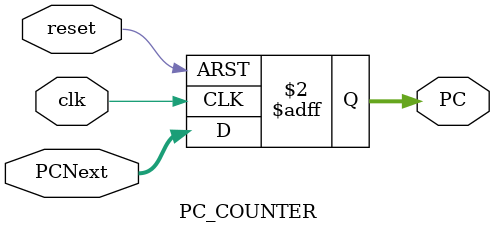
<source format=sv>
module PC_COUNTER
(
  input logic [63:0] PCNext,
  input logic clk,
  input logic reset,
  output logic [63:0] PC
);
  
  always_ff @(posedge clk or posedge reset)
    if (reset)
      PC <= 64'd0;
    else
      PC <= PCNext;

endmodule 
</source>
